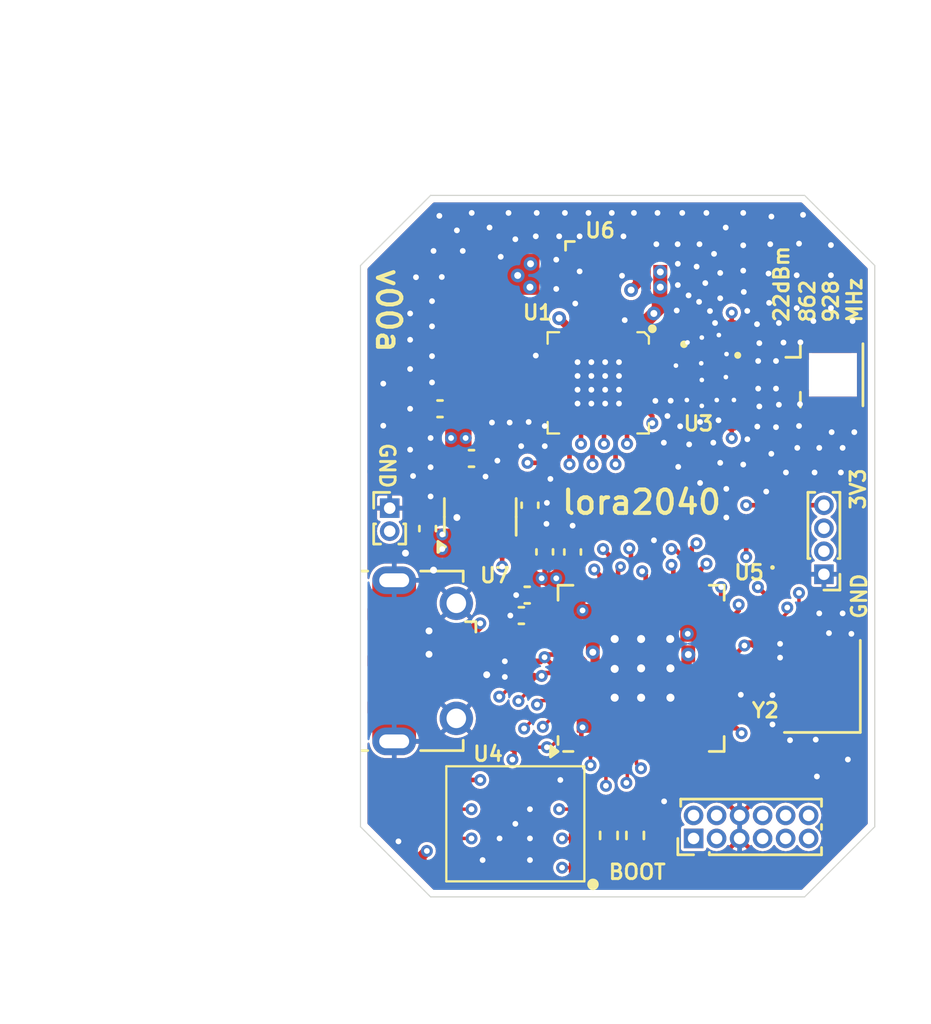
<source format=kicad_pcb>
(kicad_pcb (version 20240108) (generator "pcbnew") (generator_version "8.0")
  (layers (0 "F.Cu" signal) (1 "In1.Cu" signal) (2 "In2.Cu" signal) (31 "B.Cu" signal) (34 "B.Paste" user) (35 "F.Paste" user) (36 "B.SilkS" user "B.Silkscreen") (37 "F.SilkS" user "F.Silkscreen") (38 "B.Mask" user) (39 "F.Mask" user) (44 "Edge.Cuts" user))
  (net 0 "")
  (net 1 "GND")
  (net 2 "/XIN")
  (net 3 "+1V1")
  (net 4 "+3V3")
  (net 5 "Net-(J1-In)")
  (net 6 "/USB_D+")
  (net 7 "/XOUT")
  (net 8 "/USB_D-")
  (net 9 "/QSPI_SS")
  (net 10 "/RF_SW_PWR")
  (net 11 "/RF_DIO2")
  (net 12 "/QSPI_SD2")
  (net 13 "/QSPI_SD3")
  (net 14 "/RF_DIO3")
  (net 15 "/RF_BUSY")
  (net 16 "/RF_RST")
  (net 17 "/RF_DIO1")
  (net 18 "Net-(U1-VR_PA)")
  (net 19 "Net-(C4-Pad2)")
  (net 20 "Net-(U2-RFIN)")
  (net 21 "Net-(U2-VDD)")
  (net 22 "Net-(U2-CTRL)")
  (net 23 "Net-(U1-VREG)")
  (net 24 "Net-(U1-RFO)")
  (net 25 "Net-(U1-DCC_SW)")
  (net 26 "Net-(R2-Pad1)")
  (net 27 "Net-(U5-USB_DP)")
  (net 28 "Net-(U5-USB_DM)")
  (net 29 "Net-(U1-RFI_N)")
  (net 30 "Net-(U1-XTA)")
  (net 31 "Net-(U1-RFI_P)")
  (net 32 "Net-(C22-Pad1)")
  (net 33 "Net-(U2-RF1)")
  (net 34 "Net-(U2-RF2)")
  (net 35 "Net-(U4-SCK)")
  (net 36 "Net-(U4-SO)")
  (net 37 "Net-(U4-SI)")
  (net 38 "/UART0_RX")
  (net 39 "/UART0_TX")
  (net 41 "/I2C0_SDA")
  (net 47 "Net-(U5-RUN)")
  (net 48 "/SPI0_MOSI_TX")
  (net 51 "/I2C0_SCL")
  (net 54 "Net-(U6-OUT)")
  (net 56 "/SPI0_MISO_RX")
  (net 58 "/SPI0_SCK")
  (net 59 "/SPI0_CS")
  (net 62 "Net-(U6-VDD)")
  (net 63 "/VBUS")
  (net 65 "Net-(U7-NR)")
  (net 68 "/ADC1")
  (net 69 "/ADC0")
  (net 70 "/ADC2")
  (net 71 "Net-(D1-A)")
  (net 73 "/SWCLK")
  (net 74 "/SWD")
  (net 75 "/LED")
  (footprint "custom-footprints:sx126x_R_0201" (layer "F.Cu") (at 148.8499 87.302 -90)
    (property "Reference" "R4")
    (property "Value" "100" (hide yes))
  )
  (footprint "custom-footprints:sx126x_C_0201" (layer "F.Cu") (at 145.912 106.94749 90)
    (property "Reference" "C10")
    (property "Value" "0.1uF" (hide yes))
  )
  (footprint "custom-footprints:0900FM15K0039" (layer "F.Cu") (at 147.5499 89.052 -90)
    (property "Reference" "U3")
    (property "Value" "0900FM15K0039" (hide yes))
  )
  (footprint "custom-footprints:sx126x_C_0201" (layer "F.Cu") (at 145.5166 97.155 -90)
    (property "Reference" "C12")
    (property "Value" "0.1uF" (hide yes))
  )
  (footprint "Capacitor_SMD:C_0402_1005Metric" (layer "F.Cu") (at 140.724 96.8965 -90)
    (property "Reference" "C20" (hide yes))
    (property "Value" "0.1uF")
  )
  (footprint "Connector_PinHeader_1.00mm:PinHeader_1x02_P1.00mm_Vertical" (layer "F.Cu") (at 133.985 94.996)
    (property "Reference" "J5" (hide yes))
    (property "Value" "Conn_01x02")
  )
  (footprint "custom-footprints:sx126x_R_0201" (layer "F.Cu") (at 139.708 105.41 180)
    (property "Reference" "R1")
    (property "Value" "10K" (hide yes))
  )
  (footprint "custom-footprints:sx126x_C_0201" (layer "F.Cu") (at 146.8249 86.752 -90)
    (property "Reference" "C1")
    (property "Value" "47nF" (hide yes))
  )
  (footprint "custom-footprints:sx126x_L_0402" (layer "F.Cu") (at 144.7546 84.347 -90)
    (property "Reference" "FB1")
    (property "Value" "BLM15PG100SN1D" (hide yes))
  )
  (footprint "Capacitor_SMD:C_0402_1005Metric" (layer "F.Cu") (at 139.708 99.6625)
    (property "Reference" "C7" (hide yes))
    (property "Value" "1uF")
  )
  (footprint "Connector_Coaxial:U.FL_Hirose_U.FL-R-SMT-1_Vertical" (layer "F.Cu") (at 152.7179 89.202)
    (property "Reference" "J1" (hide yes))
    (property "Value" "u.FL")
  )
  (footprint "Capacitor_SMD:C_0402_1005Metric" (layer "F.Cu") (at 140.081 94.869 90)
    (property "Reference" "C25" (hide yes))
    (property "Value" "10nF")
  )
  (footprint "Capacitor_SMD:C_0402_1005Metric" (layer "F.Cu") (at 141.9352 96.901 -90)
    (property "Reference" "C19" (hide yes))
    (property "Value" "0.1uF")
  )
  (footprint "custom-footprints:sx126x_C_0201" (layer "F.Cu") (at 150.3749 89.202 180)
    (property "Reference" "C8")
    (property "Value" "39pF" (hide yes))
  )
  (footprint "Package_LGA:Infineon_PG-TSNP-6-10_0.7x1.1mm_0.7x1.1mm_P0.4mm" (layer "F.Cu") (at 149.2499 89.202)
    (property "Reference" "U2" (hide yes))
    (property "Value" "BGS12WN6E6327")
  )
  (footprint "custom-footprints:sx126x_C_0201" (layer "F.Cu") (at 144.124 84.182 -90)
    (property "Reference" "C23")
    (property "Value" "0.1uF" (hide yes))
  )
  (footprint "custom-footprints:sx126x_C_0201" (layer "F.Cu") (at 149.4499 87.302 -90)
    (property "Reference" "C14")
    (property "Value" "1nF" (hide yes))
  )
  (footprint "custom-footprints:sx126x_C_0201" (layer "F.Cu") (at 140.0249 90.477 -90)
    (property "Reference" "C18")
    (property "Value" "0.1uF" (hide yes))
  )
  (footprint "custom-footprints:TXCO_2.0x1.6" (layer "F.Cu") (at 142.748 84.709 -90)
    (property "Reference" "U6")
    (property "Value" "RTX-2016BD32-S-32.000-TR")
  )
  (footprint "custom-footprints:sx126x_C_0201" (layer "F.Cu") (at 149.4499 91.152 90)
    (property "Reference" "C15")
    (property "Value" "1nF" (hide yes))
  )
  (footprint "custom-footprints:sx126x_C_0201" (layer "F.Cu") (at 150.203 101.4915 180)
    (property "Reference" "C13")
    (property "Value" "0.1uF" (hide yes))
  )
  (footprint "Crystal:Crystal_SMD_3225-4Pin_3.2x2.5mm" (layer "F.Cu") (at 152.789 102.741 90)
    (property "Reference" "Y2")
    (property "Value" "ABM8-272-T3")
  )
  (footprint "custom-footprints:sx126x_C_0402" (layer "F.Cu") (at 139.8999 87.882 90)
    (property "Reference" "C17")
    (property "Value" "470nF" (hide yes))
  )
  (footprint "custom-footprints:SON127P600X500X90-9N" (layer "F.Cu") (at 139.446 108.712 180)
    (property "Reference" "U4")
    (property "Value" "MR20H40 or AS3004204")
  )
  (footprint "Capacitor_SMD:C_0402_1005Metric" (layer "F.Cu") (at 139.962 98.7735)
    (property "Reference" "C9" (hide yes))
    (property "Value" "1uF")
  )
  (footprint "Capacitor_SMD:C_0402_1005Metric" (layer "F.Cu") (at 135.636 95.885 -90)
    (property "Reference" "C26" (hide yes))
    (property "Value" "1uF")
  )
  (footprint "Connector_PinHeader_1.00mm:PinHeader_2x06_P1.00mm_Vertical" (layer "F.Cu") (at 147.193 109.347 90)
    (property "Reference" "J6" (hide yes))
    (property "Value" "Conn_02x06_Odd_Even")
  )
  (footprint "Connector_PinHeader_1.00mm:PinHeader_1x04_P1.00mm_Vertical" (layer "F.Cu") (at 152.8572 97.869 180)
    (property "Reference" "J8" (hide yes))
    (property "Value" "Conn_01x04")
  )
  (footprint "custom-footprints:sx126x_L_0402" (layer "F.Cu") (at 146.1249 87.752 -90)
    (property "Reference" "L1")
    (property "Value" "47nH" (hide yes))
  )
  (footprint "custom-footprints:sx126x_R_0201" (layer "F.Cu") (at 149.479 96.2755 90)
    (property "Reference" "R11")
    (property "Value" "1K" (hide yes))
  )
  (footprint "custom-footprints:sx126x_R_0201" (layer "F.Cu") (at 143.002 86.868)
    (property "Reference" "R10")
    (property "Value" "220" (hide yes))
  )
  (footprint "Capacitor_SMD:C_0402_1005Metric" (layer "F.Cu") (at 137.541 92.837 180)
    (property "Reference" "C24" (hide yes))
    (property "Value" "1uF")
  )
  (footprint "custom-footprints:sx126x_C_0201" (layer "F.Cu") (at 152.23899 100.4245 180)
    (property "Reference" "C4")
    (property "Value" "15pF" (hide yes))
  )
  (footprint "custom-footprints:sx126x_R_0201" (layer "F.Cu") (at 139.835 101.057)
    (property "Reference" "R6")
    (property "Value" "27" (hide yes))
  )
  (footprint "custom-footprints:sx126x_C_0402" (layer "F.Cu") (at 146.05 85.979)
    (property "Reference" "C16")
    (property "Value" "1uF" (hide yes))
  )
  (footprint "custom-footprints:sx126x_C_0201" (layer "F.Cu") (at 139.835 101.657)
    (property "Reference" "C11")
    (property "Value" "0.1uF" (hide yes))
  )
  (footprint "custom-footprints:sx126x_R_0201" (layer "F.Cu") (at 148.8499 91.152 -90)
    (property "Reference" "R3")
    (property "Value" "100" (hide yes))
  )
  (footprint "custom-footprints:sx126x_R_0201" (layer "F.Cu") (at 150.203 99.695)
    (property "Reference" "R9")
    (property "Value" "10K" (hide yes))
  )
  (footprint "custom-footprints:sx126x_C_0201" (layer "F.Cu") (at 143.002 86.268)
    (property "Reference" "C22")
    (property "Value" "10pF" (hide yes))
  )
  (footprint "custom-footprints:sx126x_C_0201" (layer "F.Cu") (at 147.4249 86.752 -90)
    (property "Reference" "C2")
    (property "Value" "47pF" (hide yes))
  )
  (footprint "custom-footprints:sx126x_L_0805" (layer "F.Cu") (at 138.6249 87.802 90)
    (property "Reference" "L7")
    (property "Value" "15uH" (hide yes))
  )
  (footprint "custom-footprints:sx126x_C_0201" (layer "F.Cu") (at 150.203 100.8915 180)
    (property "Reference" "C5")
    (property "Value" "0.1uF" (hide yes))
  )
  (footprint "custom-footprints:sx126x_C_0201" (layer "F.Cu") (at 153.33901 105.0565)
    (property "Reference" "C3")
    (property "Value" "15pF" (hide yes))
  )
  (footprint "Resistor_SMD:R_0402_1005Metric" (layer "F.Cu") (at 144.653 109.218 90)
    (property "Reference" "R5" (hide yes))
    (property "Value" "0")
  )
  (footprint "custom-footprints:sx126x_R_0201" (layer "F.Cu") (at 149.868 102.0915 180)
    (property "Reference" "R8")
    (property "Value" "1K" (hide yes))
  )
  (footprint "custom-footprints:sx126x_R_0201" (layer "F.Cu") (at 139.835 100.457)
    (property "Reference" "R7")
    (property "Value" "27" (hide yes))
  )
  (footprint "Capacitor_SMD:C_0402_1005Metric" (layer "F.Cu") (at 136.172 90.678)
    (property "Reference" "C27" (hide yes))
    (property "Value" "10uF")
  )
  (footprint "Package_DFN_QFN:QFN-56-1EP_7x7mm_P0.4mm_EP3.2x3.2mm" (layer "F.Cu") (at 144.912 101.957 90)
    (property "Reference" "U5")
    (property "Value" "RP2040")
  )
  (footprint "custom-footprints:sx126x_C_0201" (layer "F.Cu") (at 135.042875 110.023875 -45)
    (property "Reference" "C21")
    (property "Value" "0.1uF" (hide yes))
  )
  (footprint "Connector_USB:USB_Micro-B_Molex-105017-0001" (layer "F.Cu") (at 135.4181 101.63 -90)
    (property "Reference" "J2" (hide yes))
    (property "Value" "USB_B_Micro")
  )
  (footprint "custom-footprints:VQFN24_4X4MM_SX126x" (layer "F.Cu") (at 143.0499 89.552 -90)
    (property "Reference" "U1")
    (property "Value" "SX1262IMLTRT" (hide yes))
  )
  (footprint "Resistor_SMD:R_0402_1005Metric" (layer "F.Cu") (at 143.51 109.218 -90)
    (property "Reference" "R2" (hide yes))
    (property "Value" "1K")
  )
  (footprint "custom-footprints:sx126x_C_0201" (layer "F.Cu") (at 139.835 102.3295)
    (property "Reference" "C6")
    (property "Value" "0.1uF" (hide yes))
  )
  (footprint "Package_TO_SOT_SMD:SOT-23-5" (layer "F.Cu") (at 137.922 95.377 90)
    (property "Reference" "U7")
    (property "Value" "TPS73633DBV")
  )
  (footprint "LED_SMD:LED_0402_1005Metric" (layer "F.Cu") (at 150.622 96.4835 90)
    (property "Reference" "D1" (hide yes))
    (property "Value" "LED")
  )
  (gr_poly (pts (xy 141.4999 89.202) (xy 141.4249 89.127) (xy 140.5749 89.127) (xy 140.2249 88.777) (xy 139.4499 88.777) (xy 139.2999 88.627) (xy 139.2999 87.902) (xy 137.9499 87.902) (xy 137.9499 89.477) (xy 141.4249 89.477) (xy 141.4999 89.402)) (fill solid) (layer "F.Cu") (net 25))
  (gr_poly (pts (xy 149.7249 88.502) (xy 149.7249 88.877) (xy 149.9249 88.877) (xy 149.9249 88.502)) (fill solid) (layer "F.Cu") (net 1))
  (gr_poly (pts (xy 146.6499 86.027) (xy 147.0499 86.027) (xy 147.0499 86.377) (xy 146.6499 86.377)) (fill solid) (layer "F.Cu") (net 1))
  (gr_poly (pts (xy 145.6999 90.852) (xy 145.1499 90.302) (xy 145.6999 90.302)) (fill solid) (layer "F.Cu") (net 1))
  (gr_poly (pts (xy 140.9999 91.102) (xy 140.9999 92.377) (xy 140.8249 92.552) (xy 140.4999 92.552) (xy 140.4999 91.102)) (fill solid) (layer "F.Cu") (net 1))
  (gr_poly (pts (xy 149.7249 89.902) (xy 149.7249 89.527) (xy 149.8749 89.527) (xy 149.8749 89.902)) (fill solid) (layer "F.Cu") (net 1))
  (gr_poly (pts (xy 141.87489 89.102) (xy 141.7249 88.952) (xy 141.7249 88.652) (xy 141.87489 88.502) (xy 141.9499 88.502) (xy 141.9499 89.102)) (fill solid) (layer "F.Cu") (net 1))
  (gr_poly (pts (xy 146.20069 86.65199) (xy 146.2007 84.252) (xy 146.7249 84.252) (xy 146.72489 86.277) (xy 148.0999 86.277) (xy 148.0999 86.652)) (fill solid) (layer "F.Cu") (net 1))
  (gr_poly (pts (xy 143.9499 90.102) (xy 145.8749 90.102) (xy 145.8749 90.502) (xy 143.9499 90.502)) (fill solid) (layer "F.Cu") (net 1))
  (gr_poly (pts (xy 139.5499 87.902) (xy 139.5499 88.627) (xy 140.2999 88.627) (xy 140.6499 88.977) (xy 142.1499 88.977) (xy 142.1499 88.602) (xy 140.7749 88.602) (xy 140.5999 88.427) (xy 140.59989 88.177) (xy 140.3249 87.902)) (fill solid) (layer "F.Cu") (net 1))
  (gr_poly (pts (xy 144.1999 90.002) (xy 144.3249 90.127) (xy 144.3249 90.477) (xy 144.1999 90.602) (xy 143.8959 90.602) (xy 143.8959 90.002)) (fill solid) (layer "F.Cu") (net 1))
  (gr_poly (pts (xy 146.34991 87.877) (xy 146.79989 88.32699) (xy 146.7999 88.427) (xy 145.9999 88.42701) (xy 145.99989 87.87697)) (fill solid) (layer "F.Cu") (net 24))
  (gr_rect (start 142.0999 87.188109) (end 142.4999 88.433) (fill solid) (layer "F.Cu") (net 1))
  (gr_poly (pts (xy 143.5249 88.402) (xy 143.6499 88.277) (xy 143.9999 88.277) (xy 144.1249 88.402) (xy 144.1249 88.452) (xy 143.5249 88.452)) (fill solid) (layer "F.Cu") (net 1))
  (gr_poly (pts (xy 138.88789 91.35201) (xy 139.63789 90.602) (xy 140.5999 90.60198) (xy 140.5999 90.917) (xy 140.5649 90.952) (xy 139.64989 90.952) (xy 139.5749 91.02702) (xy 139.5749 91.352)) (fill solid) (layer "F.Cu") (net 1))
  (gr_poly (pts (xy 143.64989 88.652) (xy 143.6499 87.302) (xy 143.94989 87.002) (xy 143.9499 86.71199) (xy 144.0749 86.58699) (xy 144.3249 86.58699) (xy 144.44989 86.71199) (xy 144.4499 86.92699) (xy 144.2899 87.08699) (xy 144.16491 87.087) (xy 143.99989 87.25201) (xy 143.99994 88.652)) (fill solid) (layer "F.Cu") (net 1))
  (gr_poly (pts (xy 147.5999 87.227) (xy 146.7999 87.227) (xy 146.3749 87.652) (xy 145.82489 87.652) (xy 145.3249 88.15199) (xy 145.3249 88.302) (xy 144.6249 88.302) (xy 144.6249 88.177) (xy 144.6499 88.152) (xy 144.64989 88.07701) (xy 145.6499 87.077) (xy 145.64991 87.077) (xy 145.89991 86.827) (xy 146.5749 86.827) (xy 147.5999 86.827)) (fill solid) (layer "F.Cu") (net 18))
  (gr_poly (pts (xy 140.478895 86.476997) (xy 141.39989 87.652) (xy 141.3999 88.302) (xy 140.7499 88.302) (xy 140.7499 88.052) (xy 140.399897 87.702) (xy 137.94991 87.702) (xy 137.94988 86.25201) (xy 138.2749 85.927) (xy 140.47889 85.927)) (fill solid) (layer "F.Cu") (net 23))
  (gr_poly (pts (xy 149.1749 89.077) (xy 149.17489 89.327) (xy 148.8599 89.327) (xy 148.72487 89.46196) (xy 148.72491 89.527) (xy 148.4499 89.52697) (xy 148.4499 89.07701)) (fill solid) (layer "F.Cu") (net 1))
  (gr_poly (pts (xy 144.14989 87.927) (xy 144.1499 87.452) (xy 145.4404 86.1568) (xy 145.4404 84.4296) (xy 146.05 84.4296) (xy 146.05071 86.37698) (xy 144.44989 87.927)) (fill solid) (layer "F.Cu") (net 4))
  (gr_poly (pts (xy 147.3999 90.077) (xy 145.3249 90.077) (xy 145.2499 90.152) (xy 145.2499 90.252) (xy 147.3999 90.252)) (fill solid) (layer "F.Cu") (net 1))
  (gr_line (start 155.067 84.455) (end 152.019 81.407) (stroke (width 0.05)) (layer "Edge.Cuts"))
  (gr_line (start 155.067 84.455) (end 155.067 108.839) (stroke (width 0.05)) (layer "Edge.Cuts"))
  (gr_line (start 135.763 81.407) (end 152.019 81.407) (stroke (width 0.05)) (layer "Edge.Cuts"))
  (gr_line (start 152.019 111.887) (end 155.067 108.839) (stroke (width 0.05)) (layer "Edge.Cuts"))
  (gr_line (start 135.763 81.407) (end 132.715 84.455) (stroke (width 0.05)) (layer "Edge.Cuts"))
  (gr_line (start 132.715 108.839) (end 135.763 111.887) (stroke (width 0.05)) (layer "Edge.Cuts"))
  (gr_line (start 152.019 111.887) (end 135.763 111.887) (stroke (width 0.05)) (layer "Edge.Cuts"))
  (gr_line (start 132.715 108.839) (end 132.715 84.455) (stroke (width 0.05)) (layer "Edge.Cuts"))
  (gr_text "lora2040" (at 144.9324 94.742 0) (layer "F.SilkS") (effects (font (size 1.016 1.016) (thickness 0.1778) (bold yes))))
  (gr_text "GND" (at 154.7622 99.8728 90) (layer "F.SilkS") (effects (font (size 0.635 0.635) (thickness 0.127) (bold yes)) (justify left bottom)))
  (gr_text "GND" (at 133.5024 92.1004 270) (layer "F.SilkS") (effects (font (size 0.635 0.635) (thickness 0.127) (bold yes)) (justify left bottom)))
  (gr_text "BOOT" (at 143.4338 111.1758 0) (layer "F.SilkS") (effects (font (size 0.635 0.635) (thickness 0.127) (bold yes)) (justify left bottom)))
  (gr_text "22dBm" (at 151.384 86.9696 90) (layer "F.SilkS") (effects (font (size 0.635 0.635) (thickness 0.127) (bold yes)) (justify left bottom)))
  (gr_text "v00a" (at 133.9342 86.4108 270) (layer "F.SilkS") (effects (font (size 1.016 1.016) (thickness 0.1778) (bold yes))))
  (gr_text "3V3" (at 154.7114 95.123 90) (layer "F.SilkS") (effects (font (size 0.635 0.635) (thickness 0.127) (bold yes)) (justify left bottom)))
  (gr_text "862\n928\nMHz" (at 154.559 86.995 90) (layer "F.SilkS") (effects (font (size 0.635 0.635) (thickness 0.127) (bold yes)) (justify left bottom)))
  (segment (start 139.573 99.2124) (end 139.6746 99.314) (width 0.2) (layer "F.Cu") (net 1))
  (segment (start 141.9352 96.421) (end 141.9352 95.758) (width 0.2) (layer "F.Cu") (net 1))
  (segment (start 145.2312 83.8707) (end 145.2312 85.4516) (width 0.2) (layer "F.Cu") (net 1))
  (segment (start 152.53899 100.4245) (end 153.0743 100.4245) (width 0.2) (layer "F.Cu") (net 1))
  (segment (start 139.3444 99.2124) (end 139.3063 99.2505) (width 0.2) (layer "F.Cu") (net 1))
  (segment (start 138.995 101.657) (end 139.535 101.657) (width 0.2) (layer "F.Cu") (net 1))
  (segment (start 139.482 99.0748) (end 139.482 98.7735) (width 0.2) (layer "F.Cu") (net 1))
  (segment (start 145.788881 96.806519) (end 145.788881 96.577919) (width 0.127) (layer "F.Cu") (net 1))
  (segment (start 150.622 100.584) (end 150.749 100.584) (width 0.2) (layer "F.Cu") (net 1))
  (segment (start 150.503 100.703) (end 150.622 100.584) (width 0.2) (layer "F.Cu") (net 1))
  (segment (start 139.2047 99.2505) (end 139.065 99.1108) (width 0.2) (layer "F.Cu") (net 1))
  (segment (start 150.503 101.4915) (end 150.9522 101.4915) (width 0.2) (layer "F.Cu") (net 1))
  (segment (start 148.7424 109.7976) (end 149.193 109.347) (width 0.2) (layer "F.Cu") (net 1))
  (segment (start 153.03901 105.0565) (end 152.5037 105.0565) (width 0.2) (layer "F.Cu") (net 1))
  (segment (start 152.5037 105.0565) (end 152.5016 105.0544) (width 0.2) (layer "F.Cu") (net 1))
  (segment (start 145.469381 96.393) (end 145.5166 96.440219) (width 0.2) (layer "F.Cu") (net 1))
  (segment (start 138.9888 101.6508) (end 138.995 101.657) (width 0.2) (layer "F.Cu") (net 1))
  (segment (start 139.228 99.6625) (end 139.228 99.3288) (width 0.2) (layer "F.Cu") (net 1))
  (segment (start 145.5166 96.440219) (end 145.5166 96.855) (width 0.2) (layer "F.Cu") (net 1))
  (segment (start 145.7404 96.855) (end 145.788881 96.806519) (width 0.127) (layer "F.Cu") (net 1))
  (segment (start 149.24525 103.10375) (end 149.0985 102.957) (width 0.2) (layer "F.Cu") (net 1))
  (segment (start 140.724 96.4165) (end 140.724 95.75274) (width 0.2) (layer "F.Cu") (net 1))
  (segment (start 142.2999 88.70199) (end 142.2999 88.702) (width 0.3) (layer "F.Cu") (net 1))
  (segment (start 149.193 109.347) (end 149.6436 109.7976) (width 0.2) (layer "F.Cu") (net 1))
  (segment (start 139.3444 99.2124) (end 139.482 99.0748) (width 0.2) (layer "F.Cu") (net 1))
  (segment (start 145.5166 96.855) (end 145.7404 96.855) (width 0.127) (layer "F.Cu") (net 1))
  (segment (start 149.0985 102.957) (end 148.3495 102.957) (width 0.2) (layer "F.Cu") (net 1))
  (segment (start 145.788881 96.577919) (end 145.8468 96.52) (width 0.127) (layer "F.Cu") (net 1))
  (segment (start 139.535 102.3295) (end 138.9888 102.3295) (width 0.2) (layer "F.Cu") (net 1))
  (segment (start 140.724 95.75274) (end 140.798239 95.678501) (width 0.2) (layer "F.Cu") (net 1))
  (segment (start 139.3444 99.2124) (end 139.573 99.2124) (width 0.2) (layer "F.Cu") (net 1))
  (segment (start 149.193 108.347) (end 148.7424 107.8964) (width 0.2) (layer "F.Cu") (net 1))
  (segment (start 150.503 100.8915) (end 150.503 100.703) (width 0.2) (layer "F.Cu") (net 1))
  (segment (start 145.5749 83.527) (end 145.2312 83.8707) (width 0.2) (layer "F.Cu") (net 1))
  (segment (start 142.2999 88.3395) (end 142.2749 88.3645) (width 0.2) (layer "F.Cu") (net 1))
  (segment (start 139.3063 99.2505) (end 139.2047 99.2505) (width 0.2) (layer "F.Cu") (net 1))
  (segment (start 145.2312 85.4516) (end 145.2118 85.471) (width 0.2) (layer "F.Cu") (net 1))
  (segment (start 145.912 107.24749) (end 145.912 107.73649) (width 0.2) (layer "F.Cu") (net 1))
  (segment (start 139.228 99.3288) (end 139.3444 99.2124) (width 0.2) (layer "F.Cu") (net 1))
  (segment (start 149.6436 107.8964) (end 149.193 108.347) (width 0.2) (layer "F.Cu") (net 1))
  (segment (start 150.503 100.8915) (end 150.9522 100.8915) (width 0.2) (layer "F.Cu") (net 1))
  (via (at 145.6249 82.169) (size 0.52) (drill 0.25) (layers "F.Cu" "B.Cu") (net 1))
  (via (at 146.187 101.957) (size 0.65) (drill 0.35) (layers "F.Cu" "B.Cu") (net 1))
  (via (at 150.8999 86.952) (size 0.52) (drill 0.25) (layers "F.Cu" "B.Cu") (net 1))
  (via (at 138.811 84.074) (size 0.52) (drill 0.25) (layers "F.Cu" "B.Cu") (net 1))
  (via (at 145.5749 83.527) (size 0.52) (drill 0.25) (layers "F.Cu" "B.Cu") (net 1))
  (via (at 150.5712 92.6338) (size 0.52) (drill 0.25) (layers "F.Cu" "B.Cu") (net 1))
  (via (at 139.1999 91.277) (size 0.52) (drill 0.25) (layers "F.Cu" "B.Cu") (net 1))
  (via (at 143.3499 88.652) (size 0.52) (drill 0.25) (layers "F.Cu" "B.Cu") (net 1))
  (via (at 142.1499 89.852) (size 0.52) (drill 0.25) (layers "F.Cu" "B.Cu") (net 1))
  (via (at 141.351 83.185) (size 0.52) (drill 0.25) (layers "F.Cu" "B.Cu") (net 1))
  (via (at 138.665217 92.932866) (size 0.52) (drill 0.25) (layers "F.Cu" "B.Cu") (net 1))
  (via (at 135.89 83.82) (size 0.52) (drill 0.25) (layers "F.Cu" "B.Cu") (net 1))
  (via (at 149.9999 88.602) (size 0.52) (drill 0.25) (layers "F.Cu" "B.Cu") (net 1))
  (via (at 144.912 103.232) (size 0.65) (drill 0.35) (layers "F.Cu" "B.Cu") (net 1))
  (via (at 140.7249 92.302) (size 0.52) (drill 0.25) (layers "F.Cu" "B.Cu") (net 1))
  (via (at 150.7749 88.602) (size 0.52) (drill 0.25) (layers "F.Cu" "B.Cu") (net 1))
  (via (at 147.4749 93.902) (size 0.52) (drill 0.25) (layers "F.Cu" "B.Cu") (net 1))
  (via (at 135.6946 100.33) (size 0.6) (drill 0.3) (layers "F.Cu" "B.Cu") (net 1))
  (via (at 148.6249 88.302) (size 0.46) (drill 0.2) (layers "F.Cu" "B.Cu") (net 1))
  (via (at 147.3249 84.502) (size 0.52) (drill 0.25) (layers "F.Cu" "B.Cu") (net 1))
  (via (at 135.763 94.488) (size 0.52) (drill 0.25) (layers "F.Cu" "B.Cu") (net 1))
  (via (at 149.3749 85.602) (size 0.52) (drill 0.25) (layers "F.Cu" "B.Cu") (net 1))
  (via (at 142.7499 89.252) (size 0.52) (drill 0.25) (layers "F.Cu" "B.Cu") (net 1))
  (via (at 138.2014 102.235) (size 0.6) (drill 0.3) (layers "F.Cu" "B.Cu") (net 1))
  (via (at 154.051 100.457) (size 0.52) (drill 0.25) (layers "F.Cu" "B.Cu") (net 1))
  (via (at 146.6999 82.169) (size 0.52) (drill 0.25) (layers "F.Cu" "B.Cu") (net 1))
  (via (at 140.798239 95.678501) (size 0.52) (drill 0.25) (layers "F.Cu" "B.Cu") (net 1))
  (via (at 141.9352 95.758) (size 0.52) (drill 0.25) (layers "F.Cu" "B.Cu") (net 1))
  (via (at 148.6154 94.1578) (size 0.52) (drill 0.25) (layers "F.Cu" "B.Cu") (net 1))
  (via (at 138.9888 102.3295) (size 0.52) (drill 0.25) (layers "F.Cu" "B.Cu") (net 1))
  (via (at 153.162 83.566) (size 0.52) (drill 0.25) (layers "F.Cu" "B.Cu") (net 1))
  (via (at 141.224 85.471) (size 0.52) (drill 0.25) (layers "F.Cu" "B.Cu") (net 1))
  (via (at 150.9522 100.8915) (size 0.52) (drill 0.25) (layers "F.Cu" "B.Cu") (net 1))
  (via (at 135.8249 88.392) (size 0.52) (drill 0.25) (layers "F.Cu" "B.Cu") (net 1))
  (via (at 151.7749 91.427) (size 0.52) (drill 0.25) (layers "F.Cu" "B.Cu") (net 1))
  (via (at 154.1018 86.868) (size 0.52) (drill 0.25) (layers "F.Cu" "B.Cu") (net 1))
  (via (at 134.874 88.9508) (size 0.52) (drill 0.25) (layers "F.Cu" "B.Cu") (net 1))
  (via (at 143.9499 89.252) (size 0.52) (drill 0.25) (layers "F.Cu" "B.Cu") (net 1))
  (via (at 136.906 82.927) (size 0.52) (drill 0.25) (layers "F.Cu" "B.Cu") (net 1))
  (via (at 147.5499 90.552) (size 0.46) (drill 0.2) (layers "F.Cu" "B.Cu") (net 1))
  (via (at 153.67 92.377) (size 0.52) (drill 0.25) (layers "F.Cu" "B.Cu") (net 1))
  (via (at 149.5249 86.427) (size 0.52) (drill 0.25) (layers "F.Cu" "B.Cu") (net 1))
  (via (at 142.7499 88.652) (size 0.52) (drill 0.25) (layers "F.Cu" "B.Cu") (net 1))
  (via (at 138.3249 82.804) (size 0.52) (drill 0.25) (layers "F.Cu" "B.Cu") (net 1))
  (via (at 140.8176 94.7674) (size 0.52) (drill 0.25) (layers "F.Cu" "B.Cu") (net 1))
  (via (at 153.8986 105.918) (size 0.52) (drill 0.25) (layers "F.Cu" "B.Cu") (net 1))
  (via (at 153.162 84.877) (size 0.52) (drill 0.25) (layers "F.Cu" "B.Cu") (net 1))
  (via (at 146.177 100.682) (size 0.65) (drill 0.35) (layers "F.Cu" "B.Cu") (net 1))
  (via (at 152.4 86.868) (size 0.52) (drill 0.25) (layers "F.Cu" "B.Cu") (net 1))
  (via (at 143.764 103.232) (size 0.65) (drill 0.35) (layers "F.Cu" "B.Cu") (net 1))
  (via (at 146.5072 85.302) (size 0.52) (drill 0.25) (layers "F.Cu" "B.Cu") (net 1))
  (via (at 148.3499 85.877) (size 0.52) (drill 0.25) (layers "F.Cu" "B.Cu") (net 1))
  (via (at 152.654 92.377) (size 0.52) (drill 0.25) (layers "F.Cu" "B.Cu") (net 1))
  (via (at 139.446 83.312) (size 0.52) (drill 0.25) (layers "F.Cu" "B.Cu") (net 1))
  (via (at 146.6088 91.44) (size 0.52) (drill 0.25) (layers "F.Cu" "B.Cu") (net 1))
  (via (at 150.7749 89.802) (size 0.52) (drill 0.25) (layers "F.Cu" "B.Cu") (net 1))
  (via (at 139.446 108.712) (size 0.52) (drill 0.25) (layers "F.Cu" "B.Cu") (net 1))
  (via (at 142.7499 90.452) (size 0.52) (drill 0.25) (layers "F.Cu" "B.Cu") (net 1))
  (via (at 149.24525 103.10375) (size 0.52) (drill 0.25) (layers "F.Cu" "B.Cu") (net 1))
  (via (at 154.178 91.694) (size 0.52) (drill 0.25) (layers "F.Cu" "B.Cu") (net 1))
  (via (at 147.701 85.217) (size 0.52) (drill 0.25) (layers "F.Cu" "B.Cu") (net 1))
  (via (at 140.7249 91.427) (size 0.52) (drill 0.25) (layers "F.Cu" "B.Cu") (net 1))
  (via (at 152.4508 93.4466) (size 0.52) (drill 0.25) (layers "F.Cu" "B.Cu") (net 1))
  (via (at 152.5016 105.0544) (size 0.52) (drill 0.25) (layers "F.Cu" "B.Cu") (net 1))
  (via (at 134.874 90.678) (size 0.52) (drill 0.25) (layers "F.Cu" "B.Cu") (net 1))
  (via (at 150.9522 101.4915) (size 0.52) (drill 0.25) (layers "F.Cu" "B.Cu") (net 1))
  (via (at 151.6749 86.302) (size 0.52) (drill 0.25) (layers "F.Cu" "B.Cu") (net 1))
  (via (at 143.637 82.169) (size 0.52) (drill 0.25) (layers "F.Cu" "B.Cu") (net 1))
  (via (at 145.531984 90.335288) (size 0.52) (drill 0.25) (layers "F.Cu" "B.Cu") (net 1))
  (via (at 150.7749 91.477) (size 0.52) (drill 0.25) (layers "F.Cu" "B.Cu") (net 1))
  (via (at 133.7056 89.5858) (size 0.52) (drill 0.25) (layers "F.Cu" "B.Cu") (net 1))
  (via (at 151.2062 93.4466) (size 0.52) (drill 0.25) (layers "F.Cu" "B.Cu") (net 1))
  (via (at 148.59 82.804) (size 0.52) (drill 0.25) (layers "F.Cu" "B.Cu") (net 1))
  (via (at 148.2749 91.177) (size 0.52) (drill 0.25) (layers "F.Cu" "B.Cu") (net 1))
  (via (at 148.0499 92.152) (size 0.52) (drill 0.25) (layers "F.Cu" "B.Cu") (net 1))
  (via (at 146.9749 85.752) (size 0.52) (drill 0.25) (layers "F.Cu" "B.Cu") (net 1))
  (via (at 153.162 86.302) (size 0.52) (drill 0.25) (layers "F.Cu" "B.Cu") (net 1))
  (via (at 152.654 99.568) (size 0.52) (drill 0.25) (layers "F.Cu" "B.Cu") (net 1))
  (via (at 143.764 101.981) (size 0.65) (drill 0.35) (layers "F.Cu" "B.Cu") (net 1))
  (via (at 148.291298 87.476146) (size 0.46) (drill 0.2) (layers "F.Cu" "B.Cu") (net 1))
  (via (at 153.0764 100.4266) (size 0.52) (drill 0.25) (layers "F.Cu" "B.Cu") (net 1))
  (via (at 135.8249 87.0966) (size 0.52) (drill 0.25) (layers "F.Cu" "B.Cu") (net 1))
  (via (at 153.67 99.568) (size 0.52) (drill 0.25) (layers "F.Cu" "B.Cu") (net 1))
  (via (at 139.228 99.6625) (size 0.52) (drill 0.25) (layers "F.Cu" "B.Cu") (net 1))
  (via (at 148.1249 86.952) (size 0.52) (drill 0.25) (layers "F.Cu" "B.Cu") (net 1))
  (via (at 147.90401 86.431741) (size 0.52) (drill 0.25) (layers "F.Cu" "B.Cu") (net 1))
  (via (at 146.4999 83.527) (size 0.52) (drill 0.25) (layers "F.Cu" "B.Cu") (net 1))
  (via (at 146.927212 87.796383) (size 0.46) (drill 0.2) (layers "F.Cu" "B.Cu") (net 1))
  (via (at 135.8249 89.535) (size 0.52) (drill 0.25) (layers "F.Cu" "B.Cu") (net 1))
  (via (at 142.1499 88.652) (size 0.52) (drill 0.25) (layers "F.Cu" "B.Cu") (net 1))
  (via (at 146.197723 90.328472) (size 0.52) (drill 0.25) (layers "F.Cu" "B.Cu") (net 1))
  (via (at 144.082923 84.898736) (size 0.52) (drill 0.25) (layers "F.Cu" "B.Cu") (net 1))
  (via (at 148.1999 90.299773) (size 0.46) (drill 0.2) (layers "F.Cu" "B.Cu") (net 1))
  (via (at 137.16 83.82) (size 0.52) (drill 0.25) (layers "F.Cu" "B.Cu") (net 1))
  (via (at 149.9616 91.452) (size 0.52) (drill 0.25) (layers "F.Cu" "B.Cu") (net 1))
  (via (at 142.1499 90.452) (size 0.52) (drill 0.25) (layers "F.Cu" "B.Cu") (net 1))
  (via (at 147.54936 87.584165) (size 0.46) (drill 0.2) (layers "F.Cu" "B.Cu") (net 1))
  (via (at 146.056471 90.991939) (size 0.52) (drill 0.25) (layers "F.Cu" "B.Cu") (net 1))
  (via (at 138.7602 109.347) (size 0.52) (drill 0.25) (layers "F.Cu" "B.Cu") (net 1))
  (via (at 153.5938 93.4466) (size 0.52) (drill 0.25) (layers "F.Cu" "B.Cu") (net 1))
  (via (at 144.912 101.957) (size 0.65) (drill 0.35) (layers "F.Cu" "B.Cu") (net 1))
  (via (at 139.482 98.7735) (size 0.52) (drill 0.25) (layers "F.Cu" "B.Cu") (net 1))
  (via (at 150.3499 94.277) (size 0.52) (drill 0.25) (layers "F.Cu" "B.Cu") (net 1))
  (via (at 149.5298 92.002) (size 0.52) (drill 0.25) (layers "F.Cu" "B.Cu") (net 1))
  (via (at 147.431193 86.03119) (size 0.52) (drill 0.25) (layers "F.Cu" "B.Cu") (net 1))
  (via (at 143.9499 89.852) (size 0.52) (drill 0.25) (layers "F.Cu" "B.Cu") (net 1))
  (via (at 143.3499 90.452) (size 0.52) (drill 0.25) (layers "F.Cu" "B.Cu") (net 1))
  (via (at 146.187 103.232) (size 0.65) (drill 0.35) (layers "F.Cu" "B.Cu") (net 1))
  (via (at 147.4499 83.527) (size 0.52) (drill 0.25) (layers "F.Cu" "B.Cu") (net 1))
  (via (at 144.145 83.185) (size 0.52) (drill 0.25) (layers "F.Cu" "B.Cu") (net 1))
  (via (at 150.0499 90.577) (size 0.52) (drill 0.25) (layers "F.Cu" "B.Cu") (net 1))
  (via (at 142.6249 82.169) (size 0.52) (drill 0.25) (layers "F.Cu" "B.Cu") (net 1))
  (via (at 141.4018 106.807) (size 0.52) (drill 0.25) (layers "F.Cu" "B.Cu") (net 1))
  (via (at 147.5499 89.427) (size 0.46) (drill 0.2) (layers "F.Cu" "B.Cu") (net 1))
  (via (at 150.0499 87.827) (size 0.52) (drill 0.25) (layers "F.Cu" "B.Cu") (net 1))
  (via (at 135.89 97.6884) (size 0.6) (drill 0.3) (layers "F.Cu" "B.Cu") (net 1))
  (via (at 134.874 86.5378) (size 0.52) (drill 0.25) (layers "F.Cu" "B.Cu") (net 1))
  (via (at 146.459777 86.409588) (size 0.52) (drill 0.25) (layers "F.Cu" "B.Cu") (net 1))
  (via (at 145.469381 96.393) (size 0.52) (drill 0.25) (layers "F.Cu" "B.Cu") (net 1))
  (via (at 140.081 109.347) (size 0.52) (drill 0.25) (layers "F.Cu" "B.Cu") (net 1))
  (via (at 135.6946 101.346) (size 0.6) (drill 0.3) (layers "F.Cu" "B.Cu") (net 1))
  (via (at 135.763 91.948) (size 0.52) (drill 0.25) (layers "F.Cu" "B.Cu") (net 1))
  (via (at 144.5999 82.169) (size 0.52) (drill 0.25) (layers "F.Cu" "B.Cu") (net 1))
  (via (at 150.5249 83.527) (size 0.52) (drill 0.25) (layers "F.Cu" "B.Cu") (net 1))
  (via (at 134.366 109.474) (size 0.52) (drill 0.25) (layers "F.Cu" "B.Cu") (net 1))
  (via (at 151.9499 82.252) (size 0.52) (drill 0.25) (layers "F.Cu" "B.Cu") (net 1))
  (via (at 142.049341 86.10586) (size 0.52) (drill 0.25) (layers "F.Cu" "B.Cu") (net 1))
  (via (at 144.1999 86.827) (size 0.52) (drill 0.25) (layers "F.Cu" "B.Cu") (net 1))
  (via (at 151.0999 87.802) (size 0.52) (drill 0.25) (layers "F.Cu" "B.Cu") (net 1))
  (via (at 144.912 100.682) (size 0.65) (drill 0.35) (layers "F.Cu" "B.Cu") (net 1))
  (via (at 142.7499 89.852) (size 0.52) (drill 0.25) (layers "F.Cu" "B.Cu") (net 1))
  (via (at 136.2499 84.952) (size 0.52) (drill 0.25) (layers "F.Cu" "B.Cu") (net 1))
  (via (at 143.9499 90.452) (size 0.52) (drill 0.25) (layers "F.Cu" "B.Cu") (net 1))
  (via (at 143.9499 88.652) (size 0.52) (drill 0.25) (layers "F.Cu" "B.Cu") (net 1))
  (via (at 147.5249 88.702) (size 0.46) (drill 0.2) (layers "F.Cu" "B.Cu") (net 1))
  (via (at 148.3499 84.777) (size 0.52) (drill 0.25) (layers "F.Cu" "B.Cu") (net 1))
  (via (at 133.7056 91.4146) (size 0.52) (drill 0.25) (layers "F.Cu" "B.Cu") (net 1))
  (via (at 153.1929 91.694) (size 0.52) (drill 0.25) (layers "F.Cu" "B.Cu") (net 1))
  (via (at 148.6154 95.4024) (size 0.52) (drill 0.25) (layers "F.Cu" "B.Cu") (net 1))
  (via (at 141.224 84.201) (size 0.52) (drill 0.25) (layers "F.Cu" "B.Cu") (net 1))
  (via (at 139.6999 92.302) (size 0.52) (drill 0.25) (layers "F.Cu" "B.Cu") (net 1))
  (via (at 134.874 92.456) (size 0.52) (drill 0.25) (layers "F.Cu" "B.Cu") (net 1))
  (via (at 151.8158 90.477) (size 0.52) (drill 0.25) (layers "F.Cu" "B.Cu") (net 1))
  (via (at 146.9999 92.227) (size 0.52) (drill 0.25) (layers "F.Cu" "B.Cu") (net 1))
  (via (at 150.8999 90.502) (size 0.52) (drill 0.25) (layers "F.Cu" "B.Cu") (net 1))
  (via (at 134.6708 96.9518) (size 0.6) (drill 0.3) (layers "F.Cu" "B.Cu") (net 1))
  (via (at 135.8249 86.002) (size 0.52) (drill 0.25) (layers "F.Cu" "B.Cu") (net 1))
  (via (at 149.3499 84.677) (size 0.52) (drill 0.25) (layers "F.Cu" "B.Cu") (net 1))
  (via (at 151.6749 84.877) (size 0.52) (drill 0.25) (layers "F.Cu" "B.Cu") (net 1))
  (via (at 146.8999 90.29917) (size 0.46) (drill 0.2) (layers "F.Cu" "B.Cu") (net 1))
  (via (at 135.128 84.963) (size 0.52) (drill 0.25) (layers "F.Cu" "B.Cu") (net 1))
  (via (at 138.1506 93.6244) (size 0.52) (drill 0.25) (layers "F.Cu" "B.Cu") (net 1))
  (via (at 139.1499 82.169) (size 0.52) (drill 0.25) (layers "F.Cu" "B.Cu") (net 1))
  (via (at 140.3749 82.169) (size 0.52) (drill 0.25) (layers "F.Cu" "B.Cu") (net 1))
  (via (at 150.4499 84.802) (size 0.52) (drill 0.25) (layers "F.Cu" "B.Cu") (net 1))
  (via (at 140.0249 91.252) (size 0.52) (drill 0.25) (layers "F.Cu" "B.Cu") (net 1))
  (via (at 140.081 108.077) (size 0.52) (drill 0.25) (layers "F.Cu" "B.Cu") (net 1))
  (via (at 150.4749 86.077) (size 0.52) (drill 0.25) (layers "F.Cu" "B.Cu") (net 1))
  (via (at 142.1499 89.252) (size 0.52) (drill 0.25) (layers "F.Cu" "B.Cu") (net 1))
  (via (at 140.335 83.185) (size 0.52) (drill 0.25) (layers "F.Cu" "B.Cu") (net 1))
  (via (at 150.5749 82.327) (size 0.52) (drill 0.25) (layers "F.Cu" "B.Cu") (net 1))
  (via (at 151.836423 87.79047) (size 0.52) (drill 0.25) (layers "F.Cu" "B.Cu") (net 1))
  (via (at 143.764 100.682) (size 0.65) (drill 0.35) (layers "F.Cu" "B.Cu") (net 1))
  (via (at 149.3499 83.577) (size 0.52) (drill 0.25) (layers "F.Cu" "B.Cu") (net 1))
  (via (at 149.3499 93.102) (size 0.52) (drill 0.25) (layers "F.Cu" "B.Cu") (net 1))
  (via (at 151.6999 92.377) (size 0.52) (drill 0.25) (layers "F.Cu" "B.Cu") (net 1))
  (via (at 146.5249 93.202) (size 0.52) (drill 0.25) (layers "F.Cu" "B.Cu") (net 1))
  (via (at 151.384 105.0798) (size 0.52) (drill 0.25) (layers "F.Cu" "B.Cu") (net 1))
  (via (at 147.4749 91.252) (size 0.52) (drill 0.25) (layers "F.Cu" "B.Cu") (net 1))
  (via (at 136.144 82.296) (size 0.52) (drill 0.25) (layers "F.Cu" "B.Cu") (net 1))
  (via (at 148.9456 90.297) (size 0.46) (drill 0.2) (layers "F.Cu" "B.Cu") (net 1))
  (via (at 151.7749 83.502) (size 0.52) (drill 0.25) (layers "F.Cu" "B.Cu") (net 1))
  (via (at 141.5999 82.169) (size 0.52) (drill 0.25) (layers "F.Cu" "B.Cu") (net 1))
  (via (at 134.874 87.6808) (size 0.52) (drill 0.25) (layers "F.Cu" "B.Cu") (net 1))
  (via (at 140.335 88.3666) (size 0.52) (drill 0.25) (layers "F.Cu" "B.Cu") (net 1))
  (via (at 136.906 95.4024) (size 0.6) (drill 0.3) (layers "F.Cu" "B.Cu") (net 1))
  (via (at 138.43 91.277) (size 0.52) (drill 0.25) (layers "F.Cu" "B.Cu") (net 1))
  (via (at 138.9888 101.6508) (size 0.52) (drill 0.25) (layers "F.Cu" "B.Cu") (net 1))
  (via (at 148.3499 93.027) (size 0.52) (drill 0.25) (layers "F.Cu" "B.Cu") (net 1))
  (via (at 145.8999 92.152) (size 0.52) (drill 0.25) (layers "F.Cu" "B.Cu") (net 1))
  (via (at 149.9999 89.802) (size 0.52) (drill 0.25) (layers "F.Cu" "B.Cu") (net 1))
  (via (at 149.3499 82.169) (size 0.52) (drill 0.25) (layers "F.Cu" "B.Cu") (net 1))
  (via (at 140.97 93.726) (size 0.52) (drill 0.25) (layers "F.Cu" "B.Cu") (net 1))
  (via (at 146.4249 88.802) (size 0.46) (drill 0.2) (layers "F.Cu" "B.Cu") (net 1))
  (via (at 140.081 110.2868) (size 0.52) (drill 0.25) (layers "F.Cu" "B.Cu") (net 1))
  (via (at 150.622 104.394) (size 0.52) (drill 0.25) (layers "F.Cu" "B.Cu") (net 1))
  (via (at 145.912 107.73649) (size 0.52) (drill 0.25) (layers "F.Cu" "B.Cu") (net 1))
  (via (at 137.5499 82.169) (size 0.52) (drill 0.25) (layers "F.Cu" "B.Cu") (net 1))
  (via (at 148.596068 89.302977) (size 0.46) (drill 0.2) (layers "F.Cu" "B.Cu") (net 1))
  (via (at 135.001 93.599) (size 0.52) (drill 0.25) (layers "F.Cu" "B.Cu") (net 1))
  (via (at 142.24 83.185) (size 0.52) (drill 0.25) (layers "F.Cu" "B.Cu") (net 1))
  (via (at 142.24 84.709) (size 0.52) (drill 0.25) (layers "F.Cu" "B.Cu") (net 1))
  (via (at 149.9499 87.002) (size 0.52) (drill 0.25) (layers "F.Cu" "B.Cu") (net 1))
  (via (at 135.763 93.218) (size 0.52) (drill 0.25) (layers "F.Cu" "B.Cu") (net 1))
  (via (at 147.7499 82.169) (size 0.52) (drill 0.25) (layers "F.Cu" "B.Cu") (net 1))
  (via (at 143.3499 89.252) (size 0.52) (drill 0.25) (layers "F.Cu" "B.Cu") (net 1))
  (via (at 143.3499 89.852) (size 0.52) (drill 0.25) (layers "F.Cu" "B.Cu") (net 1))
  (via (at 152.5524 106.6546) (size 0.52) (drill 0.25) (layers "F.Cu" "B.Cu") (net 1))
  (via (at 146.5072 84.3788) (size 0.52) (drill 0.25) (layers "F.Cu" "B.Cu") (net 1))
  (via (at 148.082 83.947) (size 0.52) (drill 0.25) (layers "F.Cu" "B.Cu") (net 1))
  (via (at 150.622 103.124) (size 0.52) (drill 0.25) (layers "F.Cu" "B.Cu") (net 1))
  (via (at 138.0236 110.2868) (size 0.52) (drill 0.25) (layers "F.Cu" "B.Cu") (net 1))
  (segment (start 148.3495 102.557) (end 152.355 102.557) (width 0.2) (layer "F.Cu") (net 2))
  (segment (start 152.355 102.557) (end 153.639 103.841) (width 0.2) (layer "F.Cu") (net 2))
  (segment (start 153.639 105.1235) (end 153.639 103.841) (width 0.2) (layer "F.Cu") (net 2))
  (segment (start 141.4745 100.157) (end 142.4465 100.157) (width 0.2) (layer "F.Cu") (net 3))
  (segment (start 140.589 102.2858) (end 140.5636 102.3112) (width 0.2794) (layer "F.Cu") (net 3))
  (segment (start 140.589 102.2858) (end 140.7178 102.157) (width 0.2) (layer "F.Cu") (net 3))
  (segment (start 149.4763 100.8915) (end 149.90301 100.8915) (width 0.3) (layer "F.Cu") (net 3))
  (segment (start 149.4028 100.965) (end 149.4763 100.8915) (width 0.3) (layer "F.Cu") (net 3))
  (segment (start 140.7178 102.157) (end 141.4745 102.157) (width 0.2) (layer "F.Cu") (net 3))
  (segment (start 149.4028 100.965) (end 149.0108 101.357) (width 0.2) (layer "F.Cu") (net 3))
  (segment (start 140.8095 100.157) (end 140.315 99.6625) (width 0.2) (layer "F.Cu") (net 3))
  (segment (start 140.5636 102.3112) (end 140.15329 102.3112) (width 0.2794) (layer "F.Cu") (net 3))
  (segment (start 140.315 99.6625) (end 140.188 99.6625) (width 0.2) (layer "F.Cu") (net 3))
  (segment (start 141.4745 100.157) (end 140.8095 100.157) (width 0.2) (layer "F.Cu") (net 3))
  (segment (start 140.15329 102.3112) (end 140.13499 102.3295) (width 0.2794) (layer "F.Cu") (net 3))
  (segment (start 149.0108 101.357) (end 148.3495 101.357) (width 0.2) (layer "F.Cu") (net 3))
  (via (at 149.4028 100.965) (size 0.52) (drill 0.25) (layers "F.Cu" "B.Cu") (net 3))
  (via (at 140.589 102.2858) (size 0.52) (drill 0.25) (layers "F.Cu" "B.Cu") (net 3))
  (via (at 142.812 101.257) (size 0.6) (drill 0.3) (layers "F.Cu" "B.Cu") (net 3))
  (via (at 146.9644 101.35703) (size 0.6) (drill 0.3) (layers "F.Cu" "B.Cu") (net 3))
  (segment (start 141 101.757) (end 140.716 101.473) (width 0.2) (layer "F.Cu") (net 4))
  (segment (start 141.4745 101.757) (end 142.2045 101.757) (width 0.2) (layer "F.Cu") (net 4))
  (segment (start 149.26251 101.757) (end 149.52801 101.4915) (width 0.2) (layer "F.Cu") (net 4))
  (segment (start 149.479 94.869) (end 152.8572 94.869) (width 0.2) (layer "F.Cu") (net 4))
  (segment (start 145.5166 97.45499) (end 145.912 97.85039) (width 0.2) (layer "F.Cu") (net 4))
  (segment (start 136.596 110.617) (end 135.636 110.617) (width 0.45) (layer "F.Cu") (net 4))
  (segment (start 145.912 106.6475) (end 145.912 105.3945) (width 0.2) (layer "F.Cu") (net 4))
  (segment (start 141.4745 101.757) (end 141 101.757) (width 0.2) (layer "F.Cu") (net 4))
  (segment (start 149.52801 101.4915) (end 149.90301 101.4915) (width 0.2) (layer "F.Cu") (net 4))
  (segment (start 145.912 97.85039) (end 145.912 98.5195) (width 0.2) (layer "F.Cu") (net 4))
  (segment (start 139.408 105.829) (end 139.319 105.918) (width 0.2) (layer "F.Cu") (net 4))
  (segment (start 139.408 105.41) (end 139.408 105.829) (width 0.2) (layer "F.Cu") (net 4))
  (segment (start 145.912 105.3945) (end 145.912 104.6345) (width 0.2) (layer "F.Cu") (net 4))
  (segment (start 140.832 101.357) (end 140.716 101.473) (width 0.2) (layer "F.Cu") (net 4))
  (segment (start 135.636 110.617) (end 135.255 110.236) (width 0.45) (layer "F.Cu") (net 4))
  (segment (start 145.912 98.5195) (end 145.912 99.3895) (width 0.2) (layer "F.Cu") (net 4))
  (segment (start 148.3495 101.757) (end 149.26251 101.757) (width 0.2) (layer "F.Cu") (net 4))
  (segment (start 150.503 98.941) (end 150.503 99.695) (width 0.2) (layer "F.Cu") (net 4))
  (segment (start 147.6465 101.757) (end 147.582 101.8215) (width 0.2) (layer "F.Cu") (net 4))
  (segment (start 140.13499 101.657) (end 140.532 101.657) (width 0.254) (layer "F.Cu") (net 4))
  (segment (start 141.4745 101.357) (end 142.24 101.357) (width 0.2) (layer "F.Cu") (net 4))
  (segment (start 142.312 105.3945) (end 142.312 104.6785) (width 0.2) (layer "F.Cu") (net 4))
  (segment (start 135.255 110.236) (end 135.600775 109.890225) (width 0.45) (layer "F.Cu") (net 4))
  (segment (start 141.4745 101.357) (end 140.832 101.357) (width 0.2) (layer "F.Cu") (net 4))
  (segment (start 140.532 101.657) (end 140.716 101.473) (width 0.254) (layer "F.Cu") (net 4))
  (segment (start 149.987 98.425) (end 150.503 98.941) (width 0.2) (layer "F.Cu") (net 4))
  (segment (start 148.3495 101.757) (end 147.6465 101.757) (width 0.2) (layer "F.Cu") (net 4))
  (via (at 141.224 98.044) (size 0.52) (drill 0.25) (layers "F.Cu" "B.Cu") (net 4))
  (via (at 140.081 85.3948) (size 0.6) (drill 0.3) (layers "F.Cu" "B.Cu") (net 4))
  (via (at 140.716 101.473) (size 0.52) (drill 0.25) (layers "F.Cu" "B.Cu") (net 4))
  (via (at 149.987 98.425) (size 0.52) (drill 0.25) (layers "F.Cu" "B.Cu") (net 4))
  (via (at 142.367 104.521) (size 0.52) (drill 0.25) (layers "F.Cu" "B.Cu") (net 4))
  (via (at 145.7452 84.7344) (size 0.6) (drill 0.3) (layers "F.Cu" "B.Cu") (net 4))
  (via (at 142.367 99.441) (size 0.52) (drill 0.25) (layers "F.Cu" "B.Cu") (net 4))
  (via (at 145.7452 85.3948) (size 0.6) (drill 0.3) (layers "F.Cu" "B.Cu") (net 4))
  (via (at 137.287 91.948) (size 0.52) (drill 0.25) (layers "F.Cu" "B.Cu") (net 4))
  (via (at 135.600775 109.890225) (size 0.52) (drill 0.25) (layers "F.Cu" "B.Cu") (net 4))
  (via (at 139.319 105.918) (size 0.52) (drill 0.25) (layers "F.Cu" "B.Cu") (net 4))
  (via (at 146.939 100.457) (size 0.52) (drill 0.25) (layers "F.Cu" "B.Cu") (net 4))
  (via (at 136.652 91.948) (size 0.52) (drill 0.25) (layers "F.Cu" "B.Cu") (net 4))
  (via (at 139.5476 84.8868) (size 0.6) (drill 0.3) (layers "F.Cu" "B.Cu") (net 4))
  (via (at 149.479 94.869) (size 0.52) (drill 0.25) (layers "F.Cu" "B.Cu") (net 4))
  (via (at 140.589 98.044) (size 0.52) (drill 0.25) (layers "F.Cu" "B.Cu") (net 4))
  (via (at 140.1064 84.3788) (size 0.6) (drill 0.3) (layers "F.Cu" "B.Cu") (net 4))
  (via (at 145.4658 86.5378) (size 0.6) (drill 0.3) (layers "F.Cu" "B.Cu") (net 4))
  (segment (start 150.6749 89.202) (end 151.6679 89.202) (width 0.24) (layer "F.Cu") (net 5))
  (segment (start 139.535 101.057) (end 138.6428 101.057) (width 0.35) (layer "F.Cu") (net 6))
  (segment (start 138.0698 101.63) (end 137.076 101.63) (width 0.35) (layer "F.Cu") (net 6))
  (segment (start 138.6428 101.057) (end 138.0698 101.63) (width 0.35) (layer "F.Cu") (net 6))
  (segment (start 148.3495 102.157) (end 149.614 102.157) (width 0.2) (layer "F.Cu") (net 7))
  (segment (start 138.4554 100.457) (end 137.9324 100.98) (width 0.35) (layer "F.Cu") (net 8))
  (segment (start 139.535 100.457) (end 138.4554 100.457) (width 0.35) (layer "F.Cu") (net 8))
  (segment (start 137.9324 100.98) (end 137.076 100.98) (width 0.35) (layer "F.Cu") (net 8))
  (segment (start 140.9709 105.3846) (end 141.4745 104.881) (width 0.15) (layer "F.Cu") (net 9))
  (segment (start 143.51 110.109) (end 143.51 109.728) (width 0.15) (layer "F.Cu") (net 9))
  (segment (start 140.8176 105.3846) (end 140.0334 105.3846) (width 0.15) (layer "F.Cu") (net 9))
  (segment (start 140.8176 105.3846) (end 140.9709 105.3846) (width 0.15) (layer "F.Cu") (net 9))
  (segment (start 142.296 110.617) (end 141.478 110.617) (width 0.15) (layer "F.Cu") (net 9))
  (segment (start 143.002 110.617) (end 143.51 110.109) (width 0.15) (layer "F.Cu") (net 9))
  (segment (start 140.0334 105.3846) (end 140.008 105.41) (width 0.15) (layer "F.Cu") (net 9))
  (segment (start 141.4745 104.881) (end 141.4745 104.557) (width 0.15) (layer "F.Cu") (net 9))
  (segment (start 142.296 110.617) (end 143.002 110.617) (width 0.15) (layer "F.Cu") (net 9))
  (via (at 140.8176 105.3846) (size 0.52) (drill 0.25) (layers "F.Cu" "B.Cu") (net 9))
  (via (at 141.478 110.617) (size 0.52) (drill 0.25) (layers "F.Cu" "B.Cu") (net 9))
  (segment (start 148.8499 91.952) (end 148.8499 91.452) (width 0.2) (layer "F.Cu") (net 10))
  (segment (start 149.061381 104.557) (end 149.279381 104.775) (width 0.2) (layer "F.Cu") (net 10))
  (segment (start 148.3495 104.557) (end 149.061381 104.557) (width 0.2) (layer "F.Cu") (net 10))
  (via (at 149.279381 104.775) (size 0.52) (drill 0.25) (layers "F.Cu" "B.Cu") (net 10))
  (via (at 148.8499 91.952) (size 0.52) (drill 0.25) (layers "F.Cu" "B.Cu") (net 10))
  (segment (start 139.9749 93.027) (end 140.7749 93.027) (width 0.2) (layer "F.Cu") (net 11))
  (segment (start 140.7749 93.027) (end 141.2499 92.552) (width 0.2) (layer "F.Cu") (net 11))
  (segment (start 148.8499 87.002) (end 148.8499 86.502) (width 0.2) (layer "F.Cu") (net 11))
  (segment (start 141.2499 90.902) (end 141.2874 90.8645) (width 0.2) (layer "F.Cu") (net 11))
  (segment (start 141.2499 92.552) (end 141.2499 90.902) (width 0.2) (layer "F.Cu") (net 11))
  (via (at 139.9749 93.027) (size 0.52) (drill 0.25) (layers "F.Cu" "B.Cu") (net 11))
  (via (at 148.8499 86.502) (size 0.52) (drill 0.25) (layers "F.Cu" "B.Cu") (net 11))
  (segment (start 140.3604 104.0384) (end 140.6581 104.0384) (width 0.15) (layer "F.Cu") (net 12))
  (segment (start 140.9395 103.757) (end 141.4745 103.757) (width 0.15) (layer "F.Cu") (net 12))
  (segment (start 139.827 104.5718) (end 140.3604 104.0384) (width 0.15) (layer "F.Cu") (net 12))
  (segment (start 140.6581 104.0384) (end 140.9395 103.757) (width 0.15) (layer "F.Cu") (net 12))
  (segment (start 142.296 108.077) (end 141.351 108.077) (width 0.15) (layer "F.Cu") (net 12))
  (via (at 139.827 104.5718) (size 0.52) (drill 0.25) (layers "F.Cu" "B.Cu") (net 12))
  (via (at 141.351 108.077) (size 0.52) (drill 0.25) (layers "F.Cu" "B.Cu") (net 12))
  (segment (start 138.794698 103.1875) (end 139.223698 102.7585) (width 0.15) (layer "F.Cu") (net 13))
  (segment (start 140.962667 102.557) (end 141.4745 102.557) (width 0.15) (layer "F.Cu") (net 13))
  (segment (start 139.223698 102.7585) (end 140.761167 102.7585) (width 0.15) (layer "F.Cu") (net 13))
  (segment (start 136.596 109.347) (end 137.541 109.347) (width 0.15) (layer "F.Cu") (net 13))
  (segment (start 140.761167 102.7585) (end 140.962667 102.557) (width 0.15) (layer "F.Cu") (net 13))
  (segment (start 138.7475 103.1875) (end 138.794698 103.1875) (width 0.15) (layer "F.Cu") (net 13))
  (via (at 137.541 109.347) (size 0.52) (drill 0.25) (layers "F.Cu" "B.Cu") (net 13))
  (via (at 138.7475 103.1875) (size 0.52) (drill 0.25) (layers "F.Cu" "B.Cu") (net 13))
  (segment (start 141.351 86.741) (end 141.7999 87.1899) (width 0.35) (layer "F.Cu") (net 14))
  (segment (start 144.7546 85.242064) (end 144.7546 84.747) (width 0.4) (layer "F.Cu") (net 14))
  (segment (start 144.47677 85.519894) (end 144.7546 85.242064) (width 0.4) (layer "F.Cu") (net 14))
  (segment (start 141.7999 87.1899) (end 141.7999 87.652) (width 0.35) (layer "F.Cu") (net 14))
  (via (at 141.351 86.741) (size 0.6) (drill 0.3) (layers "F.Cu" "B.Cu") (net 14))
  (via (at 144.47677 85.519894) (size 0.6) (drill 0.3) (layers "F.Cu" "B.Cu") (net 14))
  (segment (start 142.2999 92.277) (end 142.2999 91.452) (width 0.2) (layer "F.Cu") (net 15))
  (segment (start 146.312 97.540419) (end 146.312 98.5195) (width 0.2) (layer "F.Cu") (net 15))
  (segment (start 146.231381 97.4598) (end 146.312 97.540419) (width 0.2) (layer "F.Cu") (net 15))
  (via (at 142.2999 92.202) (size 0.52) (drill 0.25) (layers "F.Cu" "B.Cu") (net 15))
  (via (at 146.231381 97.4598) (size 0.52) (drill 0.25) (layers "F.Cu" "B.Cu") (net 15))
  (segment (start 142.7999 93.091) (end 142.7999 91.452) (width 0.2) (layer "F.Cu") (net 16))
  (segment (start 146.712 97.1058) (end 146.712 98.5195) (width 0.2) (layer "F.Cu") (net 16))
  (segment (start 146.231381 96.774) (end 146.3802 96.774) (width 0.2) (layer "F.Cu") (net 16))
  (segment (start 146.3802 96.774) (end 146.712 97.1058) (width 0.2) (layer "F.Cu") (net 16))
  (via (at 142.7999 93.091) (size 0.52) (drill 0.25) (layers "F.Cu" "B.Cu") (net 16))
  (via (at 146.231381 96.774) (size 0.52) (drill 0.25) (layers "F.Cu" "B.Cu") (net 16))
  (segment (start 144.399 96.7486) (end 144.472 96.8216) (width 0.2) (layer "F.Cu") (net 17))
  (segment (start 144.312 97.884053) (end 144.312 98.5195) (width 0.2) (layer "F.Cu") (net 17))
  (segment (start 141.7999 93.091) (end 141.7999 91.452) (width 0.2) (layer "F.Cu") (net 17))
  (segment (start 144.472 96.8216) (end 144.472 97.724053) (width 0.2) (layer "F.Cu") (net 17))
  (segment (start 144.472 97.724053) (end 144.312 97.884053) (width 0.2) (layer "F.Cu") (net 17))
  (via (at 141.7999 93.091) (size 0.52) (drill 0.25) (layers "F.Cu" "B.Cu") (net 17))
  (via (at 144.399 96.7486) (size 0.52) (drill 0.25) (layers "F.Cu" "B.Cu") (net 17))
  (segment (start 151.939 100.4245) (end 151.939 101.641) (width 0.2) (layer "F.Cu") (net 19))
  (segment (start 151.939 101.641) (end 151.4885 102.0915) (width 0.2) (layer "F.Cu") (net 19))
  (segment (start 151.4885 102.0915) (end 150.168 102.0915) (width 0.2) (layer "F.Cu") (net 19))
  (segment (start 149.4499 89.202) (end 150.0749 89.202) (width 0.24) (layer "F.Cu") (net 20))
  (segment (start 148.8499 90.852) (end 148.8499 90.852) (width 0.2) (layer "F.Cu") (net 21))
  (segment (start 148.8499 90.852) (end 149.4499 90.852) (width 0.2) (layer "F.Cu") (net 21))
  (segment (start 149.4499 90.852) (end 149.4499 89.602) (width 0.2) (layer "F.Cu") (net 21))
  (segment (start 149.4499 88.802) (end 149.4499 87.602) (width 0.2) (layer "F.Cu") (net 22))
  (segment (start 149.4499 87.602) (end 148.8499 87.602) (width 0.2) (layer "F.Cu") (net 22))
  (segment (start 145.4749 88.802) (end 146.1249 88.152) (width 0.25) (layer "F.Cu") (net 24))
  (segment (start 146.1249 88.152) (end 146.1249 88.152) (width 0.25) (layer "F.Cu") (net 24))
  (segment (start 144.9499 88.802) (end 144.9499 88.802) (width 0.25) (layer "F.Cu") (net 24))
  (segment (start 144.9499 88.802) (end 144.9499 88.802) (width 0.25) (layer "F.Cu") (net 24))
  (segment (start 144.9499 88.802) (end 144.9499 88.802) (width 0.25) (layer "F.Cu") (net 24))
  (segment (start 144.9499 88.802) (end 145.4749 88.802) (width 0.25) (layer "F.Cu") (net 24))
  (segment (start 143.51 108.708) (end 144.653 108.708) (width 0.2) (layer "F.Cu") (net 26))
  (segment (start 141.4745 100.957) (end 140.235 100.957) (width 0.2) (layer "F.Cu") (net 27))
  (segment (start 140.235 100.957) (end 140.135 101.057) (width 0.2) (layer "F.Cu") (net 27))
  (segment (start 141.4745 100.557) (end 140.235 100.557) (width 0.2) (layer "F.Cu") (net 28))
  (segment (start 140.235 100.557) (end 140.135 100.457) (width 0.2) (layer "F.Cu") (net 28))
  (segment (start 144.9499 89.302) (end 146.8999 89.302) (width 0.25) (layer "F.Cu") (net 29))
  (segment (start 143.2999 86.8701) (end 143.302 86.868) (width 0.2) (layer "F.Cu") (net 30))
  (segment (start 143.2999 87.652) (end 143.2999 86.8701) (width 0.2) (layer "F.Cu") (net 30))
  (segment (start 144.9249 89.802) (end 144.9249 89.802) (width 0.25) (layer "F.Cu") (net 31))
  (segment (start 144.9249 89.802) (end 146.8999 89.802) (width 0.25) (layer "F.Cu") (net 31))
  (segment (start 142.702 86.268) (end 142.702 86.868) (width 0.2) (layer "F.Cu") (net 32))
  (segment (start 148.1999 89.802) (end 148.8499 89.802) (width 0.24) (layer "F.Cu") (net 33))
  (segment (start 148.8499 89.802) (end 149.0499 89.602) (width 0.24) (layer "F.Cu") (net 33))
  (segment (start 148.1999 88.802) (end 149.0499 88.802) (width 0.24) (layer "F.Cu") (net 34))
  (segment (start 139.8858 103.0732) (end 139.581 103.378) (width 0.15) (layer "F.Cu") (net 35))
  (segment (start 141.0045 102.957) (end 140.8883 103.0732) (width 0.15) (layer "F.Cu") (net 35))
  (segment (start 141.4745 102.957) (end 141.0045 102.957) (width 0.15) (layer "F.Cu") (net 35))
  (segment (start 137.541 108.077) (end 136.596 108.077) (width 0.15) (layer "F.Cu") (net 35))
  (segment (start 140.8883 103.0732) (end 139.8858 103.0732) (width 0.15) (layer "F.Cu") (net 35))
  (via (at 137.541 108.077) (size 0.52) (drill 0.25) (layers "F.Cu" "B.Cu") (net 35))
  (via (at 139.581 103.378) (size 0.52) (drill 0.25) (layers "F.Cu" "B.Cu") (net 35))
  (segment (start 142.296 109.347) (end 141.478 109.347) (width 0.15) (layer "F.Cu") (net 36))
  (segment (start 140.978458 104.157) (end 141.4745 104.157) (width 0.15) (layer "F.Cu") (net 36))
  (segment (start 140.6398 104.495658) (end 140.978458 104.157) (width 0.15) (layer "F.Cu") (net 36))
  (via (at 141.478 109.347) (size 0.52) (drill 0.25) (layers "F.Cu" "B.Cu") (net 36))
  (via (at 140.6398 104.495658) (size 0.52) (drill 0.25) (layers "F.Cu" "B.Cu") (net 36))
  (segment (start 136.596 106.807) (end 137.922 106.807) (width 0.2) (layer "F.Cu") (net 37))
  (segment (start 140.563881 103.357) (end 141.4745 103.357) (width 0.15) (layer "F.Cu") (net 37))
  (segment (start 140.389381 103.5315) (end 140.563881 103.357) (width 0.15) (layer "F.Cu") (net 37))
  (via (at 140.389381 103.5315) (size 0.52) (drill 0.25) (layers "F.Cu" "B.Cu") (net 37))
  (via (at 137.922 106.807) (size 0.52) (drill 0.25) (layers "F.Cu" "B.Cu") (net 37))
  (segment (start 143.383 107.061) (end 143.383 106.1466) (width 0.15) (layer "F.Cu") (net 38))
  (segment (start 143.383 106.1466) (end 143.112 105.8756) (width 0.15) (layer "F.Cu") (net 38))
  (segment (start 143.112 105.8756) (end 143.112 105.3945) (width 0.15) (layer "F.Cu") (net 38))
  (via (at 143.383 107.061) (size 0.52) (drill 0.25) (layers "F.Cu" "B.Cu") (net 38))
  (segment (start 142.712 106.16343) (end 142.712 105.3945) (width 0.15) (layer "F.Cu") (net 39))
  (segment (start 142.714283 106.165713) (end 142.712 106.16343) (width 0.15) (layer "F.Cu") (net 39))
  (via (at 142.714283 106.165713) (size 0.52) (drill 0.25) (layers "F.Cu" "B.Cu") (net 39))
  (segment (start 144.312 106.894) (end 144.312 105.3945) (width 0.15) (layer "F.Cu") (net 41))
  (segment (start 144.272 106.934) (end 144.312 106.894) (width 0.15) (layer "F.Cu") (net 41))
  (via (at 144.272 106.934) (size 0.52) (drill 0.25) (layers "F.Cu" "B.Cu") (net 41))
  (segment (start 148.3495 100.157) (end 148.833773 100.157) (width 0.15) (layer "F.Cu") (net 47))
  (segment (start 148.833773 100.157) (end 149.295773 99.695) (width 0.15) (layer "F.Cu") (net 47))
  (segment (start 149.295773 99.695) (end 149.903 99.695) (width 0.15) (layer "F.Cu") (net 47))
  (segment (start 143.80163 93.091) (end 143.80163 91.45373) (width 0.2) (layer "F.Cu") (net 48))
  (segment (start 147.112 96.728) (end 147.112 98.5195) (width 0.2) (layer "F.Cu") (net 48))
  (segment (start 147.32 96.52) (end 147.112 96.728) (width 0.2) (layer "F.Cu") (net 48))
  (via (at 147.32 96.52) (size 0.52) (drill 0.25) (layers "F.Cu" "B.Cu") (net 48))
  (via (at 143.80163 93.091) (size 0.52) (drill 0.25) (layers "F.Cu" "B.Cu") (net 48))
  (segment (start 144.712 105.3945) (end 144.712 106.104) (width 0.15) (layer "F.Cu") (net 51))
  (segment (start 144.712 106.104) (end 144.907 106.299) (width 0.15) (layer "F.Cu") (net 51))
  (via (at 144.907 106.299) (size 0.52) (drill 0.25) (layers "F.Cu" "B.Cu") (net 51))
  (segment (start 143.298 86.26401) (end 143.30199 86.268) (width 0.2) (layer "F.Cu") (net 54))
  (segment (start 143.298 85.409) (end 143.298 86.26401) (width 0.2) (layer "F.Cu") (net 54))
  (segment (start 149.152381 99.44722) (end 148.842601 99.757) (width 0.2) (layer "F.Cu") (net 56))
  (segment (start 143.2999 91.452) (end 143.2999 91.452) (width 0.2) (layer "F.Cu") (net 56))
  (segment (start 148.842601 99.757) (end 148.3495 99.757) (width 0.2) (layer "F.Cu") (net 56))
  (segment (start 143.2999 92.202) (end 143.2999 91.452) (width 0.2) (layer "F.Cu") (net 56))
  (segment (start 149.152381 99.187) (end 149.152381 99.44722) (width 0.2) (layer "F.Cu") (net 56))
  (via (at 143.2999 92.202) (size 0.52) (drill 0.25) (layers "F.Cu" "B.Cu") (net 56))
  (via (at 149.152381 99.187) (size 0.52) (drill 0.25) (layers "F.Cu" "B.Cu") (net 56))
  (segment (start 147.755381 97.409) (end 147.512 97.652381) (width 0.2) (layer "F.Cu") (net 58))
  (segment (start 147.512 97.652381) (end 147.512 98.5195) (width 0.2) (layer "F.Cu") (net 58))
  (segment (start 144.2999 92.202) (end 144.2999 91.452) (width 0.2) (layer "F.Cu") (net 58))
  (via (at 144.2999 92.202) (size 0.52) (drill 0.25) (layers "F.Cu" "B.Cu") (net 58))
  (via (at 147.755381 97.409) (size 0.52) (drill 0.25) (layers "F.Cu" "B.Cu") (net 58))
  (segment (start 148.3495 99.357) (end 148.390381 99.316119) (width 0.2) (layer "F.Cu") (net 59))
  (segment (start 144.9499 90.802) (end 145.1999 90.802) (width 0.2) (layer "F.Cu") (net 59))
  (segment (start 145.3999 91.302) (end 145.3999 91.002) (width 0.2) (layer "F.Cu") (net 59))
  (segment (start 145.1999 90.802) (end 145.3999 91.002) (width 0.2) (layer "F.Cu") (net 59))
  (segment (start 148.390381 99.316119) (end 148.390381 98.425) (width 0.2) (layer "F.Cu") (net 59))
  (via (at 148.390381 98.425) (size 0.52) (drill 0.25) (layers "F.Cu" "B.Cu") (net 59))
  (via (at 145.3999 91.302) (size 0.52) (drill 0.25) (layers "F.Cu" "B.Cu") (net 59))
  (segment (start 143.425 83.882) (end 143.298 84.009) (width 0.3) (layer "F.Cu") (net 62))
  (segment (start 144.124 83.882) (end 143.425 83.882) (width 0.3) (layer "F.Cu") (net 62))
  (segment (start 144.715 83.882) (end 144.78 83.947) (width 0.3) (layer "F.Cu") (net 62))
  (segment (start 144.124 83.882) (end 144.715 83.882) (width 0.3) (layer "F.Cu") (net 62))
  (segment (start 137.5918 100.33) (end 136.8806 100.33) (width 0.5) (layer "F.Cu") (net 63))
  (segment (start 138.872 97.536) (end 138.872 96.5145) (width 0.2) (layer "F.Cu") (net 63))
  (segment (start 137.922 99.9998) (end 137.5918 100.33) (width 0.5) (layer "F.Cu") (net 63))
  (via (at 136.271 96.139) (size 0.52) (drill 0.25) (layers "F.Cu" "B.Cu") (net 63))
  (via (at 138.872 97.536) (size 0.52) (drill 0.25) (layers "F.Cu" "B.Cu") (net 63))
  (via (at 137.922 99.9998) (size 0.52) (drill 0.25) (layers "F.Cu" "B.Cu") (net 63))
  (via (at 136.271 96.774) (size 0.52) (drill 0.25) (layers "F.Cu" "B.Cu") (net 63))
  (segment (start 140.081 94.389) (end 139.0215 94.389) (width 0.56) (layer "F.Cu") (net 65))
  (segment (start 139.0215 94.389) (end 138.872 94.2395) (width 0.56) (layer "F.Cu") (net 65))
  (segment (start 143.512 97.03) (end 143.512 98.5195) (width 0.2) (layer "F.Cu") (net 68))
  (segment (start 143.256 96.774) (end 143.512 97.03) (width 0.2) (layer "F.Cu") (net 68))
  (via (at 143.256 96.774) (size 0.52) (drill 0.25) (layers "F.Cu" "B.Cu") (net 68))
  (segment (start 143.912 98.5195) (end 143.912 97.642) (width 0.2) (layer "F.Cu") (net 69))
  (segment (start 143.912 97.642) (end 144.018 97.536) (width 0.2) (layer "F.Cu") (net 69))
  (via (at 144.018 97.536) (size 0.46) (drill 0.2) (layers "F.Cu" "B.Cu") (net 69))
  (segment (start 143.112 97.9) (end 143.112 98.5195) (width 0.2) (layer "F.Cu") (net 70))
  (segment (start 142.875 97.663) (end 143.112 97.9) (width 0.2) (layer "F.Cu") (net 70))
  (via (at 142.875 97.663) (size 0.52) (drill 0.25) (layers "F.Cu" "B.Cu") (net 70))
  (segment (start 150.599 95.9755) (end 150.622 95.9985) (width 0.2) (layer "F.Cu") (net 71))
  (segment (start 149.479 95.9755) (end 150.599 95.9755) (width 0.2) (layer "F.Cu") (net 71))
  (segment (start 148.745405 100.957) (end 148.3495 100.957) (width 0.15) (layer "F.Cu") (net 73))
  (segment (start 149.395005 100.3074) (end 148.745405 100.957) (width 0.15) (layer "F.Cu") (net 73))
  (segment (start 151.773 99.4838) (end 150.9494 100.3074) (width 0.15) (layer "F.Cu") (net 73))
  (segment (start 151.773 98.679) (end 151.773 99.4838) (width 0.15) (layer "F.Cu") (net 73))
  (segment (start 150.9494 100.3074) (end 149.395005 100.3074) (width 0.15) (layer "F.Cu") (net 73))
  (via (at 151.773 98.679) (size 0.52) (drill 0.25) (layers "F.Cu" "B.Cu") (net 73))
  (segment (start 150.7447 100.0558) (end 149.290789 100.0558) (width 0.15) (layer "F.Cu") (net 74))
  (segment (start 151.265 99.314) (end 151.265 99.5355) (width 0.15) (layer "F.Cu") (net 74))
  (segment (start 151.265 99.5355) (end 150.7447 100.0558) (width 0.15) (layer "F.Cu") (net 74))
  (segment (start 148.789589 100.557) (end 148.3495 100.557) (width 0.15) (layer "F.Cu") (net 74))
  (segment (start 149.290789 100.0558) (end 148.789589 100.557) (width 0.15) (layer "F.Cu") (net 74))
  (via (at 151.265 99.314) (size 0.52) (drill 0.25) (layers "F.Cu" "B.Cu") (net 74))
  (segment (start 149.479 96.5755) (end 149.479 97.1185) (width 0.2) (layer "F.Cu") (net 75))
  (segment (start 144.9578 97.7392) (end 145.112 97.8934) (width 0.2) (layer "F.Cu") (net 75))
  (segment (start 145.112 97.8934) (end 145.112 98.5195) (width 0.2) (layer "F.Cu") (net 75))
  (via (at 144.9578 97.7392) (size 0.52) (drill 0.25) (layers "F.Cu" "B.Cu") (net 75))
  (via (at 149.479 97.1185) (size 0.52) (drill 0.25) (layers "F.Cu" "B.Cu") (net 75))
  (zone (net 4) (net_name "+3V3") (layer "F.Cu") (priority 1) (connect_pads yes (clearance 0.0889)) (min_thickness 0.0889) (fill yes (thermal_gap 0.508) (thermal_bridge_width 0.508))
    (polygon (pts (xy 147.712 99.157) (xy 147.712 104.757) (xy 142.112 104.757) (xy 142.112 101.957) (xy 142.112 101.157) (xy 142.112 99.157)))
  )
  (zone (net 0) (net_name "") (layer "F.Cu") (connect_pads (clearance 0)) (min_thickness 0.25)
    (keepout (tracks allowed) (vias allowed) (pads allowed) (copperpour not_allowed) (footprints allowed))
    (fill (thermal_gap 0.5) (thermal_bridge_width 0.5))
    (polygon (pts (xy 149.7249 88.877) (xy 149.7249 89.527) (xy 151.1808 89.527) (xy 151.1808 88.877)))
  )
  (zone (net 0) (net_name "") (layer "F.Cu") (connect_pads (clearance 0)) (min_thickness 0.25)
    (keepout (tracks allowed) (vias allowed) (pads allowed) (copperpour not_allowed) (footprints allowed))
    (fill (thermal_gap 0.5) (thermal_bridge_width 0.5))
    (polygon (pts (xy 147.8749 90.477) (xy 147.8749 90.902) (xy 148.2749 90.902) (xy 148.2749 90.477)))
  )
  (zone (net 63) (net_name "/VBUS") (layer "F.Cu") (priority 3) (connect_pads yes (clearance 0.1016)) (min_thickness 0.0889) (fill yes (thermal_gap 0.127) (thermal_bridge_width 0.2032))
    (polygon (pts (xy 137.287 95.885) (xy 135.255 95.885) (xy 135.255 96.647) (xy 135.763 97.155) (xy 137.287 97.155)))
  )
  (zone (net 0) (net_name "") (layer "F.Cu") (connect_pads (clearance 0)) (min_thickness 0.25)
    (keepout (tracks allowed) (vias allowed) (pads allowed) (copperpour not_allowed) (footprints allowed))
    (fill (thermal_gap 0.5) (thermal_bridge_width 0.5))
    (polygon (pts (xy 140.6289 87.813) (xy 140.6289 88.683) (xy 139.4629 88.683) (xy 139.4629 87.813)))
  )
  (zone (net 0) (net_name "") (layer "F.Cu") (connect_pads (clearance 0)) (min_thickness 0.25)
    (keepout (tracks allowed) (vias allowed) (pads allowed) (copperpour not_allowed) (footprints allowed))
    (fill (thermal_gap 0.5) (thermal_bridge_width 0.5))
    (polygon (pts (xy 146.8249 90.477) (xy 146.8249 90.902) (xy 147.2249 90.902) (xy 147.2249 90.477)))
  )
  (zone (net 4) (net_name "+3V3") (layer "F.Cu") (priority 1) (connect_pads yes (clearance 0.127)) (min_thickness 0.0889) (fill yes (thermal_gap 0.127) (thermal_bridge_width 0.2032))
    (polygon (pts (xy 140.4975 85.527) (xy 140.497492 85.527) (xy 140.49749 85.727) (xy 138.4709 85.72701) (xy 138.4709 85.726992) (xy 138.17489 85.727) (xy 137.72491 86.17701) (xy 137.7249 89.652) (xy 139.5249 89.652) (xy 141.1499 89.652) (xy 141.1499 89.952) (xy 140.8499 89.952) (xy 140.7999 90.002) (xy 140.7999 90.102) (xy 140.8499 90.152) (xy 141.1499 90.152) (xy 141.1499 90.452) (xy 139.574222 90.452) (xy 139.17499 90.852) (xy 137.541 90.852) (xy 137.541 94.92314) (xy 136.398 94.92315) (xy 136.398 85.54746) (xy 137.24988 84.52701) (xy 138.5749 84.527) (xy 138.5749 84.527009) (xy 139.130991 84.527006) (xy 139.827 83.947) (xy 140.49751 83.947)))
  )
  (zone (net 4) (net_name "+3V3") (layer "F.Cu") (priority 4) (connect_pads yes (clearance 0.0889)) (min_thickness 0.0889) (fill yes (thermal_gap 0.127) (thermal_bridge_width 0.2032))
    (polygon (pts (xy 142.412 98.082) (xy 142.212 98.082) (xy 141.037 99.257) (xy 141.037 99.857) (xy 141.912 99.857) (xy 142.412 98.957)))
  )
  (zone (net 0) (net_name "") (layer "F.Cu") (connect_pads (clearance 0)) (min_thickness 0.25)
    (keepout (tracks allowed) (vias allowed) (pads allowed) (copperpour not_allowed) (footprints allowed))
    (fill (thermal_gap 0.5) (thermal_bridge_width 0.5))
    (polygon (pts (xy 144.56302 90.927) (xy 144.2999 90.927) (xy 144.2999 88.22699) (xy 141.6249 88.22662) (xy 141.6249 87.97592) (xy 144.43004 87.97327) (xy 144.55877 88.102)))
  )
  (zone (net 0) (net_name "") (layer "F.Cu") (connect_pads yes (clearance 0)) (min_thickness 0.0889)
    (keepout (tracks allowed) (vias allowed) (pads allowed) (copperpour not_allowed) (footprints allowed))
    (fill (thermal_gap 0.508) (thermal_bridge_width 0.508))
    (polygon (pts (xy 149.479 100.457) (xy 150.622 100.457) (xy 150.622 100.711) (xy 149.479 100.711)))
  )
  (zone (net 4) (net_name "+3V3") (layer "F.Cu") (priority 1) (connect_pads (clearance 0.0889)) (min_thickness 0.0889) (fill yes (thermal_gap 0.127) (thermal_bridge_width 0.2032))
    (polygon (pts (xy 142.494 99.949) (xy 142.494 97.155) (xy 140.081 97.155) (xy 140.081 98.171) (xy 140.208 98.298) (xy 140.208 99.187) (xy 140.97 99.949)))
  )
  (zone (net 0) (net_name "") (layer "F.Cu") (connect_pads (clearance 0)) (min_thickness 0.25)
    (keepout (tracks allowed) (vias allowed) (pads allowed) (copperpour not_allowed) (footprints allowed))
    (fill (thermal_gap 0.5) (thermal_bridge_width 0.5))
    (polygon (pts (xy 147.8249 87.702) (xy 147.8249 88.052) (xy 148.2249 88.052) (xy 148.2249 87.70201)))
  )
  (zone (net 0) (net_name "") (layer "F.Cu") (connect_pads (clearance 0)) (min_thickness 0.25)
    (keepout (tracks allowed) (vias allowed) (pads allowed) (copperpour not_allowed) (footprints allowed))
    (fill (thermal_gap 0.5) (thermal_bridge_width 0.5))
    (polygon (pts (xy 148.7249 89.557) (xy 148.7249 89.302) (xy 148.8749 89.302) (xy 148.8749 89.557)))
  )
  (zone (net 0) (net_name "") (layer "F.Cu") (connect_pads (clearance 0)) (min_thickness 0.25)
    (keepout (tracks allowed) (vias allowed) (pads allowed) (copperpour not_allowed) (footprints allowed))
    (fill (thermal_gap 0.5) (thermal_bridge_width 0.5))
    (polygon (pts (xy 147.8149 88.5274) (xy 147.8149 89.07701) (xy 149.1749 89.077) (xy 149.1742 88.5274)))
  )
  (zone (net 3) (net_name "+1V1") (layer "F.Cu") (priority 1) (connect_pads yes (clearance 0.15)) (min_thickness 0.15) (fill yes (thermal_gap 0.508) (thermal_bridge_width 0.508))
    (polygon (pts (xy 143.112 99.9744) (xy 143.112 103.557) (xy 146.512 103.557) (xy 146.512 100.957) (xy 147.2612 100.957) (xy 147.2612 101.7062) (xy 147.112 101.7062) (xy 147.112 104.157) (xy 142.712 104.157) (xy 142.712 101.357) (xy 142.512 101.357) (xy 142.512 100.957) (xy 142.112 100.957) (xy 142.112 99.9744)))
  )
  (zone (net 0) (net_name "") (layer "F.Cu") (connect_pads (clearance 0)) (min_thickness 0.25)
    (keepout (tracks allowed) (vias allowed) (pads allowed) (copperpour not_allowed) (footprints allowed))
    (fill (thermal_gap 0.5) (thermal_bridge_width 0.5))
    (polygon (pts (xy 147.5499 86.627) (xy 147.7499 86.627) (xy 147.7499 86.777) (xy 147.5499 86.777)))
  )
  (zone (net 0) (net_name "") (layer "F.Cu") (connect_pads (clearance 0)) (min_thickness 0.25)
    (keepout (tracks allowed) (vias allowed) (pads allowed) (copperpour not_allowed) (footprints allowed))
    (fill (thermal_gap 0.5) (thermal_bridge_width 0.5))
    (polygon (pts (xy 141.7749 88.127) (xy 141.7749 90.902) (xy 141.4979 90.902) (xy 141.4979 88.127)))
  )
  (zone (net 0) (net_name "") (layer "F.Cu") (connect_pads (clearance 0)) (min_thickness 0.25)
    (keepout (tracks allowed) (vias allowed) (pads allowed) (copperpour not_allowed) (footprints allowed))
    (fill (thermal_gap 0.5) (thermal_bridge_width 0.5))
    (polygon (pts (xy 144.43602 90.877) (xy 144.39145 90.877) (xy 141.64949 90.877) (xy 141.65164 91.13545) (xy 144.43602 91.13545)))
  )
  (zone (net 1) (net_name "GND") (layers "F.Cu" "In1.Cu" "B.Cu") (connect_pads yes (clearance 0.14224)) (min_thickness 0.127) (fill yes (thermal_gap 0.5) (thermal_bridge_width 0.5))
    (polygon (pts (xy 132.715 81.407) (xy 132.715 93.472) (xy 155.067 93.472) (xy 155.067 81.407)))
  )
  (zone (net 1) (net_name "GND") (layers "F.Cu" "In1.Cu" "B.Cu") (connect_pads (clearance 0.127)) (min_thickness 0.0889) (fill yes (thermal_gap 0.127) (thermal_bridge_width 0.2032))
    (polygon (pts (xy 132.715 93.345) (xy 132.715 111.887) (xy 155.067 111.887) (xy 155.067 93.345)))
  )
)
</source>
